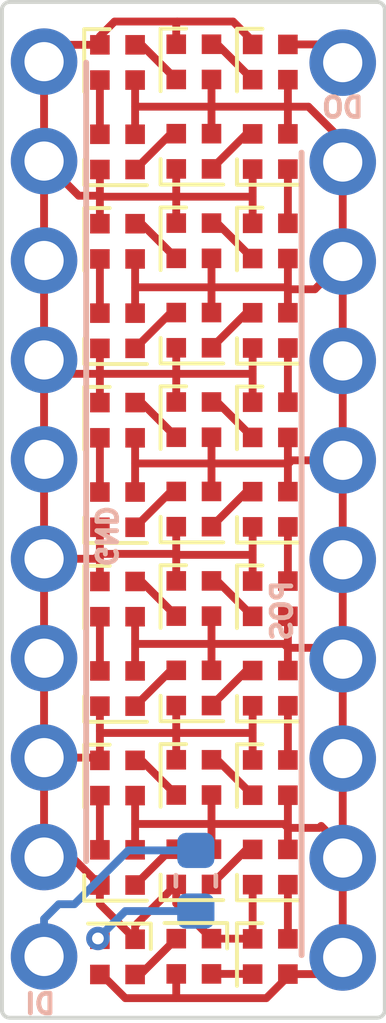
<source format=kicad_pcb>
(kicad_pcb (version 20211014) (generator pcbnew)
  (layers (0 "F.Cu" signal) (31 "B.Cu" signal) (34 "B.Paste" user) (35 "F.Paste" user) (36 "B.SilkS" user "B.Silkscreen") (37 "F.SilkS" user "F.Silkscreen") (38 "B.Mask" user) (39 "F.Mask" user) (44 "Edge.Cuts" user))
  (net 0 "")
  (footprint "LED_SMD:LED_SK6812_EC15_1.5x1.5mm" (layer "F.Cu") (at 146.25 103.96 90)
    (fp_text reference "REF**" hide)
    (fp_text value "LED_SK6812_EC15_1.5x1.5mm" hide)
    (fp_line (start 0.85 -0.85) (end -0.75 -0.85) (layer "F.SilkS") (width 0.1))
    (fp_line (start 0.85 -0.2) (end 0.85 -0.85) (layer "F.SilkS") (width 0.1))
    (pad "D" smd rect (at -0.45 -0.45 90) (size 0.5 0.5) (layers "F.Cu" "F.Paste" "F.Mask"))
    (pad "G" smd rect (at 0.45 -0.45 90) (size 0.5 0.5) (layers "F.Cu" "F.Paste" "F.Mask"))
    (pad "O" smd rect (at 0.45 0.45 90) (size 0.5 0.5) (layers "F.Cu" "F.Paste" "F.Mask"))
    (pad "V" smd rect (at -0.45 0.45 90) (size 0.5 0.5) (layers "F.Cu" "F.Paste" "F.Mask"))
  )
  (footprint "LED_SMD:LED_SK6812_EC15_1.5x1.5mm" (layer "F.Cu") (at 148.2 108.535 90)
    (fp_text reference "REF**" hide)
    (fp_text value "LED_SK6812_EC15_1.5x1.5mm" hide)
    (fp_line (start 0.85 -0.2) (end 0.85 -0.85) (layer "F.SilkS") (width 0.1))
    (fp_line (start 0.85 -0.85) (end -0.75 -0.85) (layer "F.SilkS") (width 0.1))
    (pad "D" smd rect (at -0.45 -0.45 90) (size 0.5 0.5) (layers "F.Cu" "F.Paste" "F.Mask"))
    (pad "G" smd rect (at 0.45 -0.45 90) (size 0.5 0.5) (layers "F.Cu" "F.Paste" "F.Mask"))
    (pad "O" smd rect (at 0.45 0.45 90) (size 0.5 0.5) (layers "F.Cu" "F.Paste" "F.Mask"))
    (pad "V" smd rect (at -0.45 0.45 90) (size 0.5 0.5) (layers "F.Cu" "F.Paste" "F.Mask"))
  )
  (footprint "LED_SMD:LED_SK6812_EC15_1.5x1.5mm" (layer "F.Cu") (at 148.2 99.395 90)
    (fp_text reference "REF**" hide)
    (fp_text value "LED_SK6812_EC15_1.5x1.5mm" hide)
    (fp_line (start 0.85 -0.85) (end -0.75 -0.85) (layer "F.SilkS") (width 0.1))
    (fp_line (start 0.85 -0.2) (end 0.85 -0.85) (layer "F.SilkS") (width 0.1))
    (pad "D" smd rect (at -0.45 -0.45 90) (size 0.5 0.5) (layers "F.Cu" "F.Paste" "F.Mask"))
    (pad "G" smd rect (at 0.45 -0.45 90) (size 0.5 0.5) (layers "F.Cu" "F.Paste" "F.Mask"))
    (pad "O" smd rect (at 0.45 0.45 90) (size 0.5 0.5) (layers "F.Cu" "F.Paste" "F.Mask"))
    (pad "V" smd rect (at -0.45 0.45 90) (size 0.5 0.5) (layers "F.Cu" "F.Paste" "F.Mask"))
  )
  (footprint "LED_SMD:LED_SK6812_EC15_1.5x1.5mm" (layer "F.Cu") (at 144.3 87.98 180)
    (fp_text reference "REF**" hide)
    (fp_text value "LED_SK6812_EC15_1.5x1.5mm" hide)
    (fp_line (start 0.85 -0.85) (end -0.75 -0.85) (layer "F.SilkS") (width 0.1))
    (fp_line (start 0.85 -0.2) (end 0.85 -0.85) (layer "F.SilkS") (width 0.1))
    (pad "D" smd rect (at -0.45 -0.45 180) (size 0.5 0.5) (layers "F.Cu" "F.Paste" "F.Mask"))
    (pad "G" smd rect (at 0.45 -0.45 180) (size 0.5 0.5) (layers "F.Cu" "F.Paste" "F.Mask"))
    (pad "O" smd rect (at 0.45 0.45 180) (size 0.5 0.5) (layers "F.Cu" "F.Paste" "F.Mask"))
    (pad "V" smd rect (at -0.45 0.45 180) (size 0.5 0.5) (layers "F.Cu" "F.Paste" "F.Mask"))
  )
  (footprint "LED_SMD:LED_SK6812_EC15_1.5x1.5mm" (layer "F.Cu") (at 146.25 92.535 180)
    (fp_text reference "REF**" hide)
    (fp_text value "LED_SK6812_EC15_1.5x1.5mm" hide)
    (fp_line (start 0.85 -0.2) (end 0.85 -0.85) (layer "F.SilkS") (width 0.1))
    (fp_line (start 0.85 -0.85) (end -0.75 -0.85) (layer "F.SilkS") (width 0.1))
    (pad "D" smd rect (at -0.45 -0.45 180) (size 0.5 0.5) (layers "F.Cu" "F.Paste" "F.Mask"))
    (pad "G" smd rect (at 0.45 -0.45 180) (size 0.5 0.5) (layers "F.Cu" "F.Paste" "F.Mask"))
    (pad "O" smd rect (at 0.45 0.45 180) (size 0.5 0.5) (layers "F.Cu" "F.Paste" "F.Mask"))
    (pad "V" smd rect (at -0.45 0.45 180) (size 0.5 0.5) (layers "F.Cu" "F.Paste" "F.Mask"))
  )
  (footprint "LED_SMD:LED_SK6812_EC15_1.5x1.5mm" (layer "F.Cu") (at 146.25 94.82 90)
    (fp_text reference "REF**" hide)
    (fp_text value "LED_SK6812_EC15_1.5x1.5mm" hide)
    (fp_line (start 0.85 -0.85) (end -0.75 -0.85) (layer "F.SilkS") (width 0.1))
    (fp_line (start 0.85 -0.2) (end 0.85 -0.85) (layer "F.SilkS") (width 0.1))
    (pad "D" smd rect (at -0.45 -0.45 90) (size 0.5 0.5) (layers "F.Cu" "F.Paste" "F.Mask"))
    (pad "G" smd rect (at 0.45 -0.45 90) (size 0.5 0.5) (layers "F.Cu" "F.Paste" "F.Mask"))
    (pad "O" smd rect (at 0.45 0.45 90) (size 0.5 0.5) (layers "F.Cu" "F.Paste" "F.Mask"))
    (pad "V" smd rect (at -0.45 0.45 90) (size 0.5 0.5) (layers "F.Cu" "F.Paste" "F.Mask"))
  )
  (footprint "LED_SMD:LED_SK6812_EC15_1.5x1.5mm" (layer "F.Cu") (at 148.2 90.255 90)
    (fp_text reference "REF**" hide)
    (fp_text value "LED_SK6812_EC15_1.5x1.5mm" hide)
    (fp_line (start 0.85 -0.2) (end 0.85 -0.85) (layer "F.SilkS") (width 0.1))
    (fp_line (start 0.85 -0.85) (end -0.75 -0.85) (layer "F.SilkS") (width 0.1))
    (pad "D" smd rect (at -0.45 -0.45 90) (size 0.5 0.5) (layers "F.Cu" "F.Paste" "F.Mask"))
    (pad "G" smd rect (at 0.45 -0.45 90) (size 0.5 0.5) (layers "F.Cu" "F.Paste" "F.Mask"))
    (pad "O" smd rect (at 0.45 0.45 90) (size 0.5 0.5) (layers "F.Cu" "F.Paste" "F.Mask"))
    (pad "V" smd rect (at -0.45 0.45 90) (size 0.5 0.5) (layers "F.Cu" "F.Paste" "F.Mask"))
  )
  (footprint "LED_SMD:LED_SK6812_EC15_1.5x1.5mm" (layer "F.Cu") (at 146.25 87.965 180)
    (fp_text reference "REF**" hide)
    (fp_text value "LED_SK6812_EC15_1.5x1.5mm" hide)
    (fp_line (start 0.85 -0.2) (end 0.85 -0.85) (layer "F.SilkS") (width 0.1))
    (fp_line (start 0.85 -0.85) (end -0.75 -0.85) (layer "F.SilkS") (width 0.1))
    (pad "D" smd rect (at -0.45 -0.45 180) (size 0.5 0.5) (layers "F.Cu" "F.Paste" "F.Mask"))
    (pad "G" smd rect (at 0.45 -0.45 180) (size 0.5 0.5) (layers "F.Cu" "F.Paste" "F.Mask"))
    (pad "O" smd rect (at 0.45 0.45 180) (size 0.5 0.5) (layers "F.Cu" "F.Paste" "F.Mask"))
    (pad "V" smd rect (at -0.45 0.45 180) (size 0.5 0.5) (layers "F.Cu" "F.Paste" "F.Mask"))
  )
  (footprint "LED_SMD:LED_SK6812_EC15_1.5x1.5mm" (layer "F.Cu") (at 146.25 85.68 90)
    (fp_text reference "REF**" hide)
    (fp_text value "LED_SK6812_EC15_1.5x1.5mm" hide)
    (fp_line (start 0.85 -0.2) (end 0.85 -0.85) (layer "F.SilkS") (width 0.1))
    (fp_line (start 0.85 -0.85) (end -0.75 -0.85) (layer "F.SilkS") (width 0.1))
    (pad "D" smd rect (at -0.45 -0.45 90) (size 0.5 0.5) (layers "F.Cu" "F.Paste" "F.Mask"))
    (pad "G" smd rect (at 0.45 -0.45 90) (size 0.5 0.5) (layers "F.Cu" "F.Paste" "F.Mask"))
    (pad "O" smd rect (at 0.45 0.45 90) (size 0.5 0.5) (layers "F.Cu" "F.Paste" "F.Mask"))
    (pad "V" smd rect (at -0.45 0.45 90) (size 0.5 0.5) (layers "F.Cu" "F.Paste" "F.Mask"))
  )
  (footprint "LED_SMD:LED_SK6812_EC15_1.5x1.5mm" (layer "F.Cu") (at 146.25 101.675 180)
    (fp_text reference "REF**" hide)
    (fp_text value "LED_SK6812_EC15_1.5x1.5mm" hide)
    (fp_line (start 0.85 -0.2) (end 0.85 -0.85) (layer "F.SilkS") (width 0.1))
    (fp_line (start 0.85 -0.85) (end -0.75 -0.85) (layer "F.SilkS") (width 0.1))
    (pad "D" smd rect (at -0.45 -0.45 180) (size 0.5 0.5) (layers "F.Cu" "F.Paste" "F.Mask"))
    (pad "G" smd rect (at 0.45 -0.45 180) (size 0.5 0.5) (layers "F.Cu" "F.Paste" "F.Mask"))
    (pad "O" smd rect (at 0.45 0.45 180) (size 0.5 0.5) (layers "F.Cu" "F.Paste" "F.Mask"))
    (pad "V" smd rect (at -0.45 0.45 180) (size 0.5 0.5) (layers "F.Cu" "F.Paste" "F.Mask"))
  )
  (footprint "LED_SMD:LED_SK6812_EC15_1.5x1.5mm" (layer "F.Cu") (at 146.25 108.53)
    (fp_text reference "REF**" hide)
    (fp_text value "LED_SK6812_EC15_1.5x1.5mm" hide)
    (fp_line (start 0.85 -0.2) (end 0.85 -0.85) (layer "F.SilkS") (width 0.1))
    (fp_line (start 0.85 -0.85) (end -0.75 -0.85) (layer "F.SilkS") (width 0.1))
    (pad "D" smd rect (at -0.45 -0.45) (size 0.5 0.5) (layers "F.Cu" "F.Paste" "F.Mask"))
    (pad "G" smd rect (at 0.45 -0.45) (size 0.5 0.5) (layers "F.Cu" "F.Paste" "F.Mask"))
    (pad "O" smd rect (at 0.45 0.45) (size 0.5 0.5) (layers "F.Cu" "F.Paste" "F.Mask"))
    (pad "V" smd rect (at -0.45 0.45) (size 0.5 0.5) (layers "F.Cu" "F.Paste" "F.Mask"))
  )
  (footprint "LED_SMD:LED_SK6812_EC15_1.5x1.5mm" (layer "F.Cu") (at 144.3 90.265 90)
    (fp_text reference "REF**" hide)
    (fp_text value "LED_SK6812_EC15_1.5x1.5mm" hide)
    (fp_line (start 0.85 -0.85) (end -0.75 -0.85) (layer "F.SilkS") (width 0.1))
    (fp_line (start 0.85 -0.2) (end 0.85 -0.85) (layer "F.SilkS") (width 0.1))
    (pad "D" smd rect (at -0.45 -0.45 90) (size 0.5 0.5) (layers "F.Cu" "F.Paste" "F.Mask"))
    (pad "G" smd rect (at 0.45 -0.45 90) (size 0.5 0.5) (layers "F.Cu" "F.Paste" "F.Mask"))
    (pad "O" smd rect (at 0.45 0.45 90) (size 0.5 0.5) (layers "F.Cu" "F.Paste" "F.Mask"))
    (pad "V" smd rect (at -0.45 0.45 90) (size 0.5 0.5) (layers "F.Cu" "F.Paste" "F.Mask"))
  )
  (footprint "LED_SMD:LED_SK6812_EC15_1.5x1.5mm" (layer "F.Cu") (at 148.2 92.54 180)
    (fp_text reference "REF**" hide)
    (fp_text value "LED_SK6812_EC15_1.5x1.5mm" hide)
    (fp_line (start 0.85 -0.85) (end -0.75 -0.85) (layer "F.SilkS") (width 0.1))
    (fp_line (start 0.85 -0.2) (end 0.85 -0.85) (layer "F.SilkS") (width 0.1))
    (pad "D" smd rect (at -0.45 -0.45 180) (size 0.5 0.5) (layers "F.Cu" "F.Paste" "F.Mask"))
    (pad "G" smd rect (at 0.45 -0.45 180) (size 0.5 0.5) (layers "F.Cu" "F.Paste" "F.Mask"))
    (pad "O" smd rect (at 0.45 0.45 180) (size 0.5 0.5) (layers "F.Cu" "F.Paste" "F.Mask"))
    (pad "V" smd rect (at -0.45 0.45 180) (size 0.5 0.5) (layers "F.Cu" "F.Paste" "F.Mask"))
  )
  (footprint "LED_SMD:LED_SK6812_EC15_1.5x1.5mm" (layer "F.Cu") (at 148.2 85.685 90)
    (fp_text reference "REF**" hide)
    (fp_text value "LED_SK6812_EC15_1.5x1.5mm" hide)
    (fp_line (start 0.85 -0.2) (end 0.85 -0.85) (layer "F.SilkS") (width 0.1))
    (fp_line (start 0.85 -0.85) (end -0.75 -0.85) (layer "F.SilkS") (width 0.1))
    (pad "D" smd rect (at -0.45 -0.45 90) (size 0.5 0.5) (layers "F.Cu" "F.Paste" "F.Mask"))
    (pad "G" smd rect (at 0.45 -0.45 90) (size 0.5 0.5) (layers "F.Cu" "F.Paste" "F.Mask"))
    (pad "O" smd rect (at 0.45 0.45 90) (size 0.5 0.5) (layers "F.Cu" "F.Paste" "F.Mask"))
    (pad "V" smd rect (at -0.45 0.45 90) (size 0.5 0.5) (layers "F.Cu" "F.Paste" "F.Mask"))
  )
  (footprint "LED_SMD:LED_SK6812_EC15_1.5x1.5mm" (layer "F.Cu") (at 146.25 99.39 90)
    (fp_text reference "REF**" hide)
    (fp_text value "LED_SK6812_EC15_1.5x1.5mm" hide)
    (fp_line (start 0.85 -0.2) (end 0.85 -0.85) (layer "F.SilkS") (width 0.1))
    (fp_line (start 0.85 -0.85) (end -0.75 -0.85) (layer "F.SilkS") (width 0.1))
    (pad "D" smd rect (at -0.45 -0.45 90) (size 0.5 0.5) (layers "F.Cu" "F.Paste" "F.Mask"))
    (pad "G" smd rect (at 0.45 -0.45 90) (size 0.5 0.5) (layers "F.Cu" "F.Paste" "F.Mask"))
    (pad "O" smd rect (at 0.45 0.45 90) (size 0.5 0.5) (layers "F.Cu" "F.Paste" "F.Mask"))
    (pad "V" smd rect (at -0.45 0.45 90) (size 0.5 0.5) (layers "F.Cu" "F.Paste" "F.Mask"))
  )
  (footprint "Connector_PinHeader_2.54mm:PinHeader_1x10_P2.54mm_Vertical" (layer "F.Cu") (at 142.425 85.675)
    (fp_text reference "REF**" hide)
    (fp_text value "PinHeader_1x10_P2.54mm_Vertical" hide)
    (pad "1" thru_hole circle (at 0 0) (size 1.7 1.7) (drill 1) (layers *.Cu *.Mask))
    (pad "2" thru_hole oval (at 0 2.54) (size 1.7 1.7) (drill 1) (layers *.Cu *.Mask))
    (pad "3" thru_hole oval (at 0 5.08) (size 1.7 1.7) (drill 1) (layers *.Cu *.Mask))
    (pad "4" thru_hole oval (at 0 7.62) (size 1.7 1.7) (drill 1) (layers *.Cu *.Mask))
    (pad "5" thru_hole oval (at 0 10.16) (size 1.7 1.7) (drill 1) (layers *.Cu *.Mask))
    (pad "6" thru_hole oval (at 0 12.7) (size 1.7 1.7) (drill 1) (layers *.Cu *.Mask))
    (pad "7" thru_hole oval (at 0 15.24) (size 1.7 1.7) (drill 1) (layers *.Cu *.Mask))
    (pad "8" thru_hole oval (at 0 17.78) (size 1.7 1.7) (drill 1) (layers *.Cu *.Mask))
    (pad "9" thru_hole oval (at 0 20.32) (size 1.7 1.7) (drill 1) (layers *.Cu *.Mask))
    (pad "10" thru_hole oval (at 0 22.86) (size 1.7 1.7) (drill 1) (layers *.Cu *.Mask))
  )
  (footprint "LED_SMD:LED_SK6812_EC15_1.5x1.5mm" (layer "F.Cu") (at 144.3 106.26 180)
    (fp_text reference "REF**" hide)
    (fp_text value "LED_SK6812_EC15_1.5x1.5mm" hide)
    (fp_line (start 0.85 -0.85) (end -0.75 -0.85) (layer "F.SilkS") (width 0.1))
    (fp_line (start 0.85 -0.2) (end 0.85 -0.85) (layer "F.SilkS") (width 0.1))
    (pad "D" smd rect (at -0.45 -0.45 180) (size 0.5 0.5) (layers "F.Cu" "F.Paste" "F.Mask"))
    (pad "G" smd rect (at 0.45 -0.45 180) (size 0.5 0.5) (layers "F.Cu" "F.Paste" "F.Mask"))
    (pad "O" smd rect (at 0.45 0.45 180) (size 0.5 0.5) (layers "F.Cu" "F.Paste" "F.Mask"))
    (pad "V" smd rect (at -0.45 0.45 180) (size 0.5 0.5) (layers "F.Cu" "F.Paste" "F.Mask"))
  )
  (footprint "LED_SMD:LED_SK6812_EC15_1.5x1.5mm" (layer "F.Cu") (at 144.3 97.12 180)
    (fp_text reference "REF**" hide)
    (fp_text value "LED_SK6812_EC15_1.5x1.5mm" hide)
    (fp_line (start 0.85 -0.85) (end -0.75 -0.85) (layer "F.SilkS") (width 0.1))
    (fp_line (start 0.85 -0.2) (end 0.85 -0.85) (layer "F.SilkS") (width 0.1))
    (pad "D" smd rect (at -0.45 -0.45 180) (size 0.5 0.5) (layers "F.Cu" "F.Paste" "F.Mask"))
    (pad "G" smd rect (at 0.45 -0.45 180) (size 0.5 0.5) (layers "F.Cu" "F.Paste" "F.Mask"))
    (pad "O" smd rect (at 0.45 0.45 180) (size 0.5 0.5) (layers "F.Cu" "F.Paste" "F.Mask"))
    (pad "V" smd rect (at -0.45 0.45 180) (size 0.5 0.5) (layers "F.Cu" "F.Paste" "F.Mask"))
  )
  (footprint "LED_SMD:LED_SK6812_EC15_1.5x1.5mm" (layer "F.Cu") (at 146.25 90.25 90)
    (fp_text reference "REF**" hide)
    (fp_text value "LED_SK6812_EC15_1.5x1.5mm" hide)
    (fp_line (start 0.85 -0.2) (end 0.85 -0.85) (layer "F.SilkS") (width 0.1))
    (fp_line (start 0.85 -0.85) (end -0.75 -0.85) (layer "F.SilkS") (width 0.1))
    (pad "D" smd rect (at -0.45 -0.45 90) (size 0.5 0.5) (layers "F.Cu" "F.Paste" "F.Mask"))
    (pad "G" smd rect (at 0.45 -0.45 90) (size 0.5 0.5) (layers "F.Cu" "F.Paste" "F.Mask"))
    (pad "O" smd rect (at 0.45 0.45 90) (size 0.5 0.5) (layers "F.Cu" "F.Paste" "F.Mask"))
    (pad "V" smd rect (at -0.45 0.45 90) (size 0.5 0.5) (layers "F.Cu" "F.Paste" "F.Mask"))
  )
  (footprint "LED_SMD:LED_SK6812_EC15_1.5x1.5mm" (layer "F.Cu") (at 146.25 97.105 180)
    (fp_text reference "REF**" hide)
    (fp_text value "LED_SK6812_EC15_1.5x1.5mm" hide)
    (fp_line (start 0.85 -0.85) (end -0.75 -0.85) (layer "F.SilkS") (width 0.1))
    (fp_line (start 0.85 -0.2) (end 0.85 -0.85) (layer "F.SilkS") (width 0.1))
    (pad "D" smd rect (at -0.45 -0.45 180) (size 0.5 0.5) (layers "F.Cu" "F.Paste" "F.Mask"))
    (pad "G" smd rect (at 0.45 -0.45 180) (size 0.5 0.5) (layers "F.Cu" "F.Paste" "F.Mask"))
    (pad "O" smd rect (at 0.45 0.45 180) (size 0.5 0.5) (layers "F.Cu" "F.Paste" "F.Mask"))
    (pad "V" smd rect (at -0.45 0.45 180) (size 0.5 0.5) (layers "F.Cu" "F.Paste" "F.Mask"))
  )
  (footprint "LED_SMD:LED_SK6812_EC15_1.5x1.5mm" (layer "F.Cu") (at 146.25 106.245 180)
    (fp_text reference "REF**" hide)
    (fp_text value "LED_SK6812_EC15_1.5x1.5mm" hide)
    (fp_line (start 0.85 -0.2) (end 0.85 -0.85) (layer "F.SilkS") (width 0.1))
    (fp_line (start 0.85 -0.85) (end -0.75 -0.85) (layer "F.SilkS") (width 0.1))
    (pad "D" smd rect (at -0.45 -0.45 180) (size 0.5 0.5) (layers "F.Cu" "F.Paste" "F.Mask"))
    (pad "G" smd rect (at 0.45 -0.45 180) (size 0.5 0.5) (layers "F.Cu" "F.Paste" "F.Mask"))
    (pad "O" smd rect (at 0.45 0.45 180) (size 0.5 0.5) (layers "F.Cu" "F.Paste" "F.Mask"))
    (pad "V" smd rect (at -0.45 0.45 180) (size 0.5 0.5) (layers "F.Cu" "F.Paste" "F.Mask"))
  )
  (footprint "LED_SMD:LED_SK6812_EC15_1.5x1.5mm" (layer "F.Cu") (at 148.2 106.25 180)
    (fp_text reference "REF**" hide)
    (fp_text value "LED_SK6812_EC15_1.5x1.5mm" hide)
    (fp_line (start 0.85 -0.85) (end -0.75 -0.85) (layer "F.SilkS") (width 0.1))
    (fp_line (start 0.85 -0.2) (end 0.85 -0.85) (layer "F.SilkS") (width 0.1))
    (pad "D" smd rect (at -0.45 -0.45 180) (size 0.5 0.5) (layers "F.Cu" "F.Paste" "F.Mask"))
    (pad "G" smd rect (at 0.45 -0.45 180) (size 0.5 0.5) (layers "F.Cu" "F.Paste" "F.Mask"))
    (pad "O" smd rect (at 0.45 0.45 180) (size 0.5 0.5) (layers "F.Cu" "F.Paste" "F.Mask"))
    (pad "V" smd rect (at -0.45 0.45 180) (size 0.5 0.5) (layers "F.Cu" "F.Paste" "F.Mask"))
  )
  (footprint "LED_SMD:LED_SK6812_EC15_1.5x1.5mm" (layer "F.Cu") (at 144.3 103.975 90)
    (fp_text reference "REF**" hide)
    (fp_text value "LED_SK6812_EC15_1.5x1.5mm" hide)
    (fp_line (start 0.85 -0.2) (end 0.85 -0.85) (layer "F.SilkS") (width 0.1))
    (fp_line (start 0.85 -0.85) (end -0.75 -0.85) (layer "F.SilkS") (width 0.1))
    (pad "D" smd rect (at -0.45 -0.45 90) (size 0.5 0.5) (layers "F.Cu" "F.Paste" "F.Mask"))
    (pad "G" smd rect (at 0.45 -0.45 90) (size 0.5 0.5) (layers "F.Cu" "F.Paste" "F.Mask"))
    (pad "O" smd rect (at 0.45 0.45 90) (size 0.5 0.5) (layers "F.Cu" "F.Paste" "F.Mask"))
    (pad "V" smd rect (at -0.45 0.45 90) (size 0.5 0.5) (layers "F.Cu" "F.Paste" "F.Mask"))
  )
  (footprint "LED_SMD:LED_SK6812_EC15_1.5x1.5mm" (layer "F.Cu") (at 148.2 103.965 90)
    (fp_text reference "REF**" hide)
    (fp_text value "LED_SK6812_EC15_1.5x1.5mm" hide)
    (fp_line (start 0.85 -0.2) (end 0.85 -0.85) (layer "F.SilkS") (width 0.1))
    (fp_line (start 0.85 -0.85) (end -0.75 -0.85) (layer "F.SilkS") (width 0.1))
    (pad "D" smd rect (at -0.45 -0.45 90) (size 0.5 0.5) (layers "F.Cu" "F.Paste" "F.Mask"))
    (pad "G" smd rect (at 0.45 -0.45 90) (size 0.5 0.5) (layers "F.Cu" "F.Paste" "F.Mask"))
    (pad "O" smd rect (at 0.45 0.45 90) (size 0.5 0.5) (layers "F.Cu" "F.Paste" "F.Mask"))
    (pad "V" smd rect (at -0.45 0.45 90) (size 0.5 0.5) (layers "F.Cu" "F.Paste" "F.Mask"))
  )
  (footprint "Connector_PinHeader_2.54mm:PinHeader_1x10_P2.54mm_Vertical" (layer "F.Cu") (at 150.05 85.7)
    (fp_text reference "REF**" hide)
    (fp_text value "PinHeader_1x10_P2.54mm_Vertical" hide)
    (pad "1" thru_hole circle (at 0 0) (size 1.7 1.7) (drill 1) (layers *.Cu *.Mask))
    (pad "2" thru_hole oval (at 0 2.54) (size 1.7 1.7) (drill 1) (layers *.Cu *.Mask))
    (pad "3" thru_hole oval (at 0 5.08) (size 1.7 1.7) (drill 1) (layers *.Cu *.Mask))
    (pad "4" thru_hole oval (at 0 7.62) (size 1.7 1.7) (drill 1) (layers *.Cu *.Mask))
    (pad "5" thru_hole oval (at 0 10.16) (size 1.7 1.7) (drill 1) (layers *.Cu *.Mask))
    (pad "6" thru_hole oval (at 0 12.7) (size 1.7 1.7) (drill 1) (layers *.Cu *.Mask))
    (pad "7" thru_hole oval (at 0 15.24) (size 1.7 1.7) (drill 1) (layers *.Cu *.Mask))
    (pad "8" thru_hole oval (at 0 17.78) (size 1.7 1.7) (drill 1) (layers *.Cu *.Mask))
    (pad "9" thru_hole oval (at 0 20.32) (size 1.7 1.7) (drill 1) (layers *.Cu *.Mask))
    (pad "10" thru_hole oval (at 0 22.86) (size 1.7 1.7) (drill 1) (layers *.Cu *.Mask))
  )
  (footprint "LED_SMD:LED_SK6812_EC15_1.5x1.5mm" (layer "F.Cu") (at 144.3 99.405 90)
    (fp_text reference "REF**" hide)
    (fp_text value "LED_SK6812_EC15_1.5x1.5mm" hide)
    (fp_line (start 0.85 -0.85) (end -0.75 -0.85) (layer "F.SilkS") (width 0.1))
    (fp_line (start 0.85 -0.2) (end 0.85 -0.85) (layer "F.SilkS") (width 0.1))
    (pad "D" smd rect (at -0.45 -0.45 90) (size 0.5 0.5) (layers "F.Cu" "F.Paste" "F.Mask"))
    (pad "G" smd rect (at 0.45 -0.45 90) (size 0.5 0.5) (layers "F.Cu" "F.Paste" "F.Mask"))
    (pad "O" smd rect (at 0.45 0.45 90) (size 0.5 0.5) (layers "F.Cu" "F.Paste" "F.Mask"))
    (pad "V" smd rect (at -0.45 0.45 90) (size 0.5 0.5) (layers "F.Cu" "F.Paste" "F.Mask"))
  )
  (footprint "LED_SMD:LED_SK6812_EC15_1.5x1.5mm" (layer "F.Cu") (at 144.3 108.545)
    (fp_text reference "REF**" hide)
    (fp_text value "LED_SK6812_EC15_1.5x1.5mm" hide)
    (fp_line (start 0.85 -0.2) (end 0.85 -0.85) (layer "F.SilkS") (width 0.1))
    (fp_line (start 0.85 -0.85) (end -0.75 -0.85) (layer "F.SilkS") (width 0.1))
    (pad "D" smd rect (at -0.45 -0.45) (size 0.5 0.5) (layers "F.Cu" "F.Paste" "F.Mask"))
    (pad "G" smd rect (at 0.45 -0.45) (size 0.5 0.5) (layers "F.Cu" "F.Paste" "F.Mask"))
    (pad "O" smd rect (at 0.45 0.45) (size 0.5 0.5) (layers "F.Cu" "F.Paste" "F.Mask"))
    (pad "V" smd rect (at -0.45 0.45) (size 0.5 0.5) (layers "F.Cu" "F.Paste" "F.Mask"))
  )
  (footprint "LED_SMD:LED_SK6812_EC15_1.5x1.5mm" (layer "F.Cu") (at 144.3 94.835 90)
    (fp_text reference "REF**" hide)
    (fp_text value "LED_SK6812_EC15_1.5x1.5mm" hide)
    (fp_line (start 0.85 -0.85) (end -0.75 -0.85) (layer "F.SilkS") (width 0.1))
    (fp_line (start 0.85 -0.2) (end 0.85 -0.85) (layer "F.SilkS") (width 0.1))
    (pad "D" smd rect (at -0.45 -0.45 90) (size 0.5 0.5) (layers "F.Cu" "F.Paste" "F.Mask"))
    (pad "G" smd rect (at 0.45 -0.45 90) (size 0.5 0.5) (layers "F.Cu" "F.Paste" "F.Mask"))
    (pad "O" smd rect (at 0.45 0.45 90) (size 0.5 0.5) (layers "F.Cu" "F.Paste" "F.Mask"))
    (pad "V" smd rect (at -0.45 0.45 90) (size 0.5 0.5) (layers "F.Cu" "F.Paste" "F.Mask"))
  )
  (footprint "LED_SMD:LED_SK6812_EC15_1.5x1.5mm" (layer "F.Cu") (at 144.3 92.55 180)
    (fp_text reference "REF**" hide)
    (fp_text value "LED_SK6812_EC15_1.5x1.5mm" hide)
    (fp_line (start 0.85 -0.85) (end -0.75 -0.85) (layer "F.SilkS") (width 0.1))
    (fp_line (start 0.85 -0.2) (end 0.85 -0.85) (layer "F.SilkS") (width 0.1))
    (pad "D" smd rect (at -0.45 -0.45 180) (size 0.5 0.5) (layers "F.Cu" "F.Paste" "F.Mask"))
    (pad "G" smd rect (at 0.45 -0.45 180) (size 0.5 0.5) (layers "F.Cu" "F.Paste" "F.Mask"))
    (pad "O" smd rect (at 0.45 0.45 180) (size 0.5 0.5) (layers "F.Cu" "F.Paste" "F.Mask"))
    (pad "V" smd rect (at -0.45 0.45 180) (size 0.5 0.5) (layers "F.Cu" "F.Paste" "F.Mask"))
  )
  (footprint "LED_SMD:LED_SK6812_EC15_1.5x1.5mm" (layer "F.Cu") (at 148.2 97.11 180)
    (fp_text reference "REF**" hide)
    (fp_text value "LED_SK6812_EC15_1.5x1.5mm" hide)
    (fp_line (start 0.85 -0.85) (end -0.75 -0.85) (layer "F.SilkS") (width 0.1))
    (fp_line (start 0.85 -0.2) (end 0.85 -0.85) (layer "F.SilkS") (width 0.1))
    (pad "D" smd rect (at -0.45 -0.45 180) (size 0.5 0.5) (layers "F.Cu" "F.Paste" "F.Mask"))
    (pad "G" smd rect (at 0.45 -0.45 180) (size 0.5 0.5) (layers "F.Cu" "F.Paste" "F.Mask"))
    (pad "O" smd rect (at 0.45 0.45 180) (size 0.5 0.5) (layers "F.Cu" "F.Paste" "F.Mask"))
    (pad "V" smd rect (at -0.45 0.45 180) (size 0.5 0.5) (layers "F.Cu" "F.Paste" "F.Mask"))
  )
  (footprint "LED_SMD:LED_SK6812_EC15_1.5x1.5mm" (layer "F.Cu") (at 144.3 101.69 180)
    (fp_text reference "REF**" hide)
    (fp_text value "LED_SK6812_EC15_1.5x1.5mm" hide)
    (fp_line (start 0.85 -0.85) (end -0.75 -0.85) (layer "F.SilkS") (width 0.1))
    (fp_line (start 0.85 -0.2) (end 0.85 -0.85) (layer "F.SilkS") (width 0.1))
    (pad "D" smd rect (at -0.45 -0.45 180) (size 0.5 0.5) (layers "F.Cu" "F.Paste" "F.Mask"))
    (pad "G" smd rect (at 0.45 -0.45 180) (size 0.5 0.5) (layers "F.Cu" "F.Paste" "F.Mask"))
    (pad "O" smd rect (at 0.45 0.45 180) (size 0.5 0.5) (layers "F.Cu" "F.Paste" "F.Mask"))
    (pad "V" smd rect (at -0.45 0.45 180) (size 0.5 0.5) (layers "F.Cu" "F.Paste" "F.Mask"))
  )
  (footprint "LED_SMD:LED_SK6812_EC15_1.5x1.5mm" (layer "F.Cu") (at 144.3 85.695 90)
    (fp_text reference "REF**" hide)
    (fp_text value "LED_SK6812_EC15_1.5x1.5mm" hide)
    (fp_line (start 0.85 -0.2) (end 0.85 -0.85) (layer "F.SilkS") (width 0.1))
    (fp_line (start 0.85 -0.85) (end -0.75 -0.85) (layer "F.SilkS") (width 0.1))
    (pad "D" smd rect (at -0.45 -0.45 90) (size 0.5 0.5) (layers "F.Cu" "F.Paste" "F.Mask"))
    (pad "G" smd rect (at 0.45 -0.45 90) (size 0.5 0.5) (layers "F.Cu" "F.Paste" "F.Mask"))
    (pad "O" smd rect (at 0.45 0.45 90) (size 0.5 0.5) (layers "F.Cu" "F.Paste" "F.Mask"))
    (pad "V" smd rect (at -0.45 0.45 90) (size 0.5 0.5) (layers "F.Cu" "F.Paste" "F.Mask"))
  )
  (footprint "LED_SMD:LED_SK6812_EC15_1.5x1.5mm" (layer "F.Cu") (at 148.2 87.97 180)
    (fp_text reference "REF**" hide)
    (fp_text value "LED_SK6812_EC15_1.5x1.5mm" hide)
    (fp_line (start 0.85 -0.2) (end 0.85 -0.85) (layer "F.SilkS") (width 0.1))
    (fp_line (start 0.85 -0.85) (end -0.75 -0.85) (layer "F.SilkS") (width 0.1))
    (pad "D" smd rect (at -0.45 -0.45 180) (size 0.5 0.5) (layers "F.Cu" "F.Paste" "F.Mask"))
    (pad "G" smd rect (at 0.45 -0.45 180) (size 0.5 0.5) (layers "F.Cu" "F.Paste" "F.Mask"))
    (pad "O" smd rect (at 0.45 0.45 180) (size 0.5 0.5) (layers "F.Cu" "F.Paste" "F.Mask"))
    (pad "V" smd rect (at -0.45 0.45 180) (size 0.5 0.5) (layers "F.Cu" "F.Paste" "F.Mask"))
  )
  (footprint "LED_SMD:LED_SK6812_EC15_1.5x1.5mm" (layer "F.Cu") (at 148.2 94.825 90)
    (fp_text reference "REF**" hide)
    (fp_text value "LED_SK6812_EC15_1.5x1.5mm" hide)
    (fp_line (start 0.85 -0.2) (end 0.85 -0.85) (layer "F.SilkS") (width 0.1))
    (fp_line (start 0.85 -0.85) (end -0.75 -0.85) (layer "F.SilkS") (width 0.1))
    (pad "D" smd rect (at -0.45 -0.45 90) (size 0.5 0.5) (layers "F.Cu" "F.Paste" "F.Mask"))
    (pad "G" smd rect (at 0.45 -0.45 90) (size 0.5 0.5) (layers "F.Cu" "F.Paste" "F.Mask"))
    (pad "O" smd rect (at 0.45 0.45 90) (size 0.5 0.5) (layers "F.Cu" "F.Paste" "F.Mask"))
    (pad "V" smd rect (at -0.45 0.45 90) (size 0.5 0.5) (layers "F.Cu" "F.Paste" "F.Mask"))
  )
  (footprint "LED_SMD:LED_SK6812_EC15_1.5x1.5mm" (layer "F.Cu") (at 148.2 101.68 180)
    (fp_text reference "REF**" hide)
    (fp_text value "LED_SK6812_EC15_1.5x1.5mm" hide)
    (fp_line (start 0.85 -0.85) (end -0.75 -0.85) (layer "F.SilkS") (width 0.1))
    (fp_line (start 0.85 -0.2) (end 0.85 -0.85) (layer "F.SilkS") (width 0.1))
    (pad "D" smd rect (at -0.45 -0.45 180) (size 0.5 0.5) (layers "F.Cu" "F.Paste" "F.Mask"))
    (pad "G" smd rect (at 0.45 -0.45 180) (size 0.5 0.5) (layers "F.Cu" "F.Paste" "F.Mask"))
    (pad "O" smd rect (at 0.45 0.45 180) (size 0.5 0.5) (layers "F.Cu" "F.Paste" "F.Mask"))
    (pad "V" smd rect (at -0.45 0.45 180) (size 0.5 0.5) (layers "F.Cu" "F.Paste" "F.Mask"))
  )
  (footprint "Capacitor_SMD:C_0603_1608Metric" (layer "B.Cu") (at 146.3 106.6 -90)
    (fp_text reference "REF**" hide)
    (fp_text value "C_0603_1608Metric" hide)
    (fp_line (start -0.14058 -0.51) (end 0.14058 -0.51) (layer "B.SilkS") (width 0.12))
    (fp_line (start -0.14058 0.51) (end 0.14058 0.51) (layer "B.SilkS") (width 0.12))
    (pad "1" smd roundrect (at -0.775 0 270) (size 0.9 0.95) (layers "B.Cu" "B.Paste" "B.Mask"))
    (pad "2" smd roundrect (at 0.775 0 270) (size 0.9 0.95) (layers "B.Cu" "B.Paste" "B.Mask"))
  )
  (gr_line (start 143.5 85.7) (end 143.5 106.1) (layer "B.SilkS") (width 0.15))
  (gr_line (start 149 108.5) (end 149 88) (layer "B.SilkS") (width 0.15))
  (gr_arc (start 141.55 110.1) (mid 141.408579 110.041421) (end 141.35 109.9) (layer "Edge.Cuts") (width 0.1))
  (gr_line (start 141.55 110.1) (end 150.925 110.1) (layer "Edge.Cuts") (width 0.1))
  (gr_arc (start 141.35 84.35) (mid 141.408579 84.208579) (end 141.55 84.15) (layer "Edge.Cuts") (width 0.1))
  (gr_arc (start 151.125 109.9) (mid 151.066421 110.041421) (end 150.925 110.1) (layer "Edge.Cuts") (width 0.1))
  (gr_line (start 141.35 84.35) (end 141.35 109.9) (layer "Edge.Cuts") (width 0.1))
  (gr_arc (start 150.925 84.15) (mid 151.066421 84.208579) (end 151.125 84.35) (layer "Edge.Cuts") (width 0.1))
  (gr_line (start 151.125 109.9) (end 151.125 84.35) (layer "Edge.Cuts") (width 0.1))
  (gr_line (start 150.925 84.15) (end 141.55 84.15) (layer "Edge.Cuts") (width 0.1))
  (gr_text "DI" (at 142.325 109.75) (layer "B.SilkS") (effects (font (size 0.5 0.5) (thickness 0.125)) (justify mirror)))
  (gr_text "GND" (at 144 97.8 -90) (layer "B.SilkS") (effects (font (size 0.5 0.5) (thickness 0.125)) (justify mirror)))
  (gr_text "DO" (at 150.05 86.85) (layer "B.SilkS") (effects (font (size 0.5 0.5) (thickness 0.125)) (justify mirror)))
  (gr_text "POS" (at 148.5 99.7 90) (layer "B.SilkS") (effects (font (size 0.5 0.5) (thickness 0.125)) (justify mirror)))
  (segment (start 145.665 92.085) (end 144.75 93) (width 0.2) (layer "F.Cu") (net 0))
  (segment (start 143.85 98.25) (end 143.725 98.375) (width 0.2) (layer "F.Cu") (net 0))
  (segment (start 144.75 100.55) (end 144.75 101.24) (width 0.2) (layer "F.Cu") (net 0))
  (segment (start 145.665 105.795) (end 144.75 106.71) (width 0.2) (layer "F.Cu") (net 0))
  (segment (start 143.85 108.995) (end 143.895 108.995) (width 0.2) (layer "F.Cu") (net 0))
  (segment (start 143.78 103.455) (end 143.85 103.525) (width 0.2) (layer "F.Cu") (net 0))
  (segment (start 150.05 106.02) (end 150.05 108.56) (width 0.2) (layer "F.Cu") (net 0))
  (segment (start 147.595 96.66) (end 146.7 97.555) (width 0.2) (layer "F.Cu") (net 0))
  (segment (start 146.7 94.37) (end 146.845 94.37) (width 0.2) (layer "F.Cu") (net 0))
  (segment (start 146.7 108.98) (end 147.745 108.98) (width 0.2) (layer "F.Cu") (net 0))
  (segment (start 146.675 86.825) (end 148.65 86.825) (width 0.2) (layer "F.Cu") (net 0))
  (segment (start 146.845 98.94) (end 147.75 99.845) (width 0.2) (layer "F.Cu") (net 0))
  (segment (start 145.8 92.085) (end 145.665 92.085) (width 0.2) (layer "F.Cu") (net 0))
  (segment (start 148.65 105.25) (end 148.65 105.8) (width 0.2) (layer "F.Cu") (net 0))
  (segment (start 147.75 96.66) (end 147.595 96.66) (width 0.2) (layer "F.Cu") (net 0))
  (segment (start 143.85 96.67) (end 143.85 95.285) (width 0.2) (layer "F.Cu") (net 0))
  (segment (start 144.75 85.245) (end 144.915 85.245) (width 0.2) (layer "F.Cu") (net 0))
  (segment (start 144.5 109.6) (end 145.8 109.6) (width 0.2) (layer "F.Cu") (net 0))
  (segment (start 148.1 109.6) (end 148.65 109.05) (width 0.2) (layer "F.Cu") (net 0))
  (segment (start 146.7 90.7) (end 146.7 92.085) (width 0.2) (layer "F.Cu") (net 0))
  (segment (start 148.65 86.825) (end 149.175 86.825) (width 0.2) (layer "F.Cu") (net 0))
  (segment (start 148.65 91.49) (end 149.34 91.49) (width 0.2) (layer "F.Cu") (net 0))
  (segment (start 150.05 93.32) (end 150.05 95.86) (width 0.2) (layer "F.Cu") (net 0))
  (segment (start 143.875 89.125) (end 143.85 89.1) (width 0.2) (layer "F.Cu") (net 0))
  (segment (start 144.75 108.995) (end 144.885 108.995) (width 0.2) (layer "F.Cu") (net 0))
  (segment (start 143.85 93.675) (end 143.85 94.385) (width 0.2) (layer "F.Cu") (net 0))
  (segment (start 148.55 100.55) (end 148.65 100.65) (width 0.2) (layer "F.Cu") (net 0))
  (segment (start 142.425 105.995) (end 143.135 105.995) (width 0.2) (layer "F.Cu") (net 0))
  (segment (start 142.425 95.835) (end 142.425 93.295) (width 0.2) (layer "F.Cu") (net 0))
  (segment (start 149.45 105.25) (end 149.5 105.2) (width 0.2) (layer "F.Cu") (net 0))
  (segment (start 145.8 96.655) (end 145.665 96.655) (width 0.2) (layer "F.Cu") (net 0))
  (segment (start 145.8 107.18) (end 146.7 108.08) (width 0.2) (layer "F.Cu") (net 0))
  (segment (start 142.425 103.455) (end 142.425 100.915) (width 0.2) (layer "F.Cu") (net 0))
  (segment (start 144.75 107.745) (end 145.8 106.695) (width 0.2) (layer "F.Cu") (net 0))
  (segment (start 148.65 99.845) (end 148.65 100.65) (width 0.2) (layer "F.Cu") (net 0))
  (segment (start 148.65 86.825) (end 148.65 87.52) (width 0.2) (layer "F.Cu") (net 0))
  (segment (start 148.65 100.65) (end 149.76 100.65) (width 0.2) (layer "F.Cu") (net 0))
  (segment (start 144.75 90.715) (end 144.75 91.44) (width 0.2) (layer "F.Cu") (net 0))
  (segment (start 144.75 95.94) (end 144.75 96.67) (width 0.2) (layer "F.Cu") (net 0))
  (segment (start 144.75 86.825) (end 144.75 87.53) (width 0.2) (layer "F.Cu") (net 0))
  (segment (start 145.8 106.695) (end 145.8 107.18) (width 0.2) (layer "F.Cu") (net 0))
  (segment (start 145.8 101.225) (end 145.665 101.225) (width 0.2) (layer "F.Cu") (net 0))
  (segment (start 145.825 84.65) (end 145.8 84.675) (width 0.2) (layer "F.Cu") (net 0))
  (segment (start 150.05 105.75) (end 150.05 106.02) (width 0.2) (layer "F.Cu") (net 0))
  (segment (start 147.595 92.09) (end 146.7 92.985) (width 0.2) (layer "F.Cu") (net 0))
  (segment (start 148.65 90.705) (end 148.65 91.49) (width 0.2) (layer "F.Cu") (net 0))
  (segment (start 143.875 93.65) (end 142.78 93.65) (width 0.2) (layer "F.Cu") (net 0))
  (segment (start 143.725 98.375) (end 142.425 98.375) (width 0.2) (layer "F.Cu") (net 0))
  (segment (start 142.425 98.375) (end 142.425 95.835) (width 0.2) (layer "F.Cu") (net 0))
  (segment (start 143.85 102.775) (end 143.85 103.525) (width 0.2) (layer "F.Cu") (net 0))
  (segment (start 146.7 85.23) (end 146.845 85.23) (width 0.2) (layer "F.Cu") (net 0))
  (segment (start 148.65 100.65) (end 148.65 101.23) (width 0.2) (layer "F.Cu") (net 0))
  (segment (start 143.85 85.245) (end 142.855 85.245) (width 0.2) (layer "F.Cu") (net 0))
  (segment (start 144.75 86.825) (end 146.675 86.825) (width 0.2) (layer "F.Cu") (net 0))
  (segment (start 147.595 105.8) (end 146.7 106.695) (width 0.2) (layer "F.Cu") (net 0))
  (segment (start 143.85 87.53) (end 143.85 86.145) (width 0.2) (layer "F.Cu") (net 0))
  (segment (start 145.665 96.655) (end 144.75 97.57) (width 0.2) (layer "F.Cu") (net 0))
  (segment (start 144.75 91.44) (end 148.6 91.44) (width 0.2) (layer "F.Cu") (net 0))
  (segment (start 147.75 98.275) (end 147.75 98.945) (width 0.2) (layer "F.Cu") (net 0))
  (segment (start 143.875 93.65) (end 143.85 93.675) (width 0.2) (layer "F.Cu") (net 0))
  (segment (start 145.8 105.795) (end 145.665 105.795) (width 0.2) (layer "F.Cu") (net 0))
  (segment (start 144.915 98.955) (end 145.8 99.84) (width 0.2) (layer "F.Cu") (net 0))
  (segment (start 147.595 87.52) (end 146.7 88.415) (width 0.2) (layer "F.Cu") (net 0))
  (segment (start 145.825 98.275) (end 145.8 98.25) (width 0.2) (layer "F.Cu") (net 0))
  (segment (start 148.65 108.085) (end 148.65 106.7) (width 0.2) (layer "F.Cu") (net 0))
  (segment (start 148.65 94.375) (end 148.65 92.99) (width 0.2) (layer "F.Cu") (net 0))
  (segment (start 148.65 104.415) (end 148.65 105.25) (width 0.2) (layer "F.Cu") (net 0))
  (segment (start 142.78 93.65) (end 142.425 93.295) (width 0.2) (layer "F.Cu") (net 0))
  (segment (start 147.75 98.275) (end 145.825 98.275) (width 0.2) (layer "F.Cu") (net 0))
  (segment (start 150.05 95.86) (end 150.05 98.4) (width 0.2) (layer "F.Cu") (net 0))
  (segment (start 143.85 98.25) (end 143.85 98.955) (width 0.2) (layer "F.Cu") (net 0))
  (segment (start 147.75 101.23) (end 147.595 101.23) (width 0.2) (layer "F.Cu") (net 0))
  (segment (start 148.65 85.235) (end 149.585 85.235) (width 0.2) (layer "F.Cu") (net 0))
  (segment (start 147.745 108.98) (end 147.75 108.985) (width 0.2) (layer "F.Cu") (net 0))
  (segment (start 149.585 85.235) (end 150.05 85.7) (width 0.2) (layer "F.Cu") (net 0))
  (segment (start 147.75 89.125) (end 147.75 89.805) (width 0.2) (layer "F.Cu") (net 0))
  (segment (start 143.85 101.24) (end 143.85 99.855) (width 0.2) (layer "F.Cu") (net 0))
  (segment (start 150.05 100.94) (end 150.05 103.48) (width 0.2) (layer "F.Cu") (net 0))
  (segment (start 148.65 109.05) (end 148.65 108.985) (width 0.2) (layer "F.Cu") (net 0))
  (segment (start 143.85 106.71) (end 143.85 107.195) (width 0.2) (layer "F.Cu") (net 0))
  (segment (start 144.75 91.44) (end 144.75 92.1) (width 0.2) (layer "F.Cu") (net 0))
  (segment (start 144.915 103.525) (end 145.8 104.41) (width 0.2) (layer "F.Cu") (net 0))
  (segment (start 144.75 89.815) (end 144.915 89.815) (width 0.2) (layer "F.Cu") (net 0))
  (segment (start 143.895 108.995) (end 144.5 109.6) (width 0.2) (layer "F.Cu") (net 0))
  (segment (start 146.7 86.13) (end 146.7 86.85) (width 0.2) (layer "F.Cu") (net 0))
  (segment (start 143.85 107.195) (end 144.75 108.095) (width 0.2) (layer "F.Cu") (net 0))
  (segment (start 144.885 108.995) (end 145.8 108.08) (width 0.2) (layer "F.Cu") (net 0))
  (segment (start 143.85 93) (end 143.85 93.675) (width 0.2) (layer "F.Cu") (net 0))
  (segment (start 150.05 103.48) (end 150.05 106.02) (width 0.2) (layer "F.Cu") (net 0))
  (segment (start 147.75 88.42) (end 147.75 89.125) (width 0.2) (layer "F.Cu") (net 0))
  (segment (start 146.845 85.23) (end 147.75 86.135) (width 0.2) (layer "F.Cu") (net 0))
  (segment (start 144.75 108.095) (end 144.75 107.745) (width 0.2) (layer "F.Cu") (net 0))
  (segment (start 147.75 85.15) (end 147.75 85.235) (width 0.2) (layer "F.Cu") (net 0))
  (segment (start 148.65 95.96) (end 148.65 96.66) (width 0.2) (layer "F.Cu") (net 0))
  (segment (start 144.75 98.955) (end 144.915 98.955) (width 0.2) (layer "F.Cu") (net 0))
  (segment (start 148.55 105.15) (end 148.65 105.25) (width 0.2) (layer "F.Cu") (net 0))
  (segment (start 146.7 103.51) (end 146.845 103.51) (width 0.2) (layer "F.Cu") (net 0))
  (segment (start 144.75 99.855) (end 144.75 100.55) (width 0.2) (layer "F.Cu") (net 0))
  (segment (start 142.425 90.755) (end 142.425 88.215) (width 0.2) (layer "F.Cu") (net 0))
  (segment (start 144.915 85.245) (end 145.8 86.13) (width 0.2) (layer "F.Cu") (net 0))
  (segment (start 148.65 89.805) (end 148.65 88.42) (width 0.2) (layer "F.Cu") (net 0))
  (segment (start 145.8 103.51) (end 145.8 102.125) (width 0.2) (layer "F.Cu") (net 0))
  (segment (start 147.75 92.99) (end 147.75 93.65) (width 0.2) (layer "F.Cu") (net 0))
  (segment (start 143.85 85.025) (end 144.225 84.65) (width 0.2) (layer "F.Cu") (net 0))
  (segment (start 146.845 103.51) (end 147.75 104.415) (width 0.2) (layer "F.Cu") (net 0))
  (segment (start 145.8 97.555) (end 145.8 98.25) (width 0.2) (layer "F.Cu") (net 0))
  (segment (start 145.8 87.515) (end 145.665 87.515) (width 0.2) (layer "F.Cu") (net 0))
  (segment (start 142.855 85.245) (end 142.425 85.675) (width 0.2) (layer "F.Cu") (net 0))
  (segment (start 150.05 88.24) (end 150.05 90.78) (width 0.2) (layer "F.Cu") (net 0))
  (segment (start 147.75 93.65) (end 143.875 93.65) (width 0.2) (layer "F.Cu") (net 0))
  (segment (start 148.65 103.515) (end 148.65 102.13) (width 0.2) (layer "F.Cu") (net 0))
  (segment (start 148.65 108.985) (end 149.625 108.985) (width 0.2) (layer "F.Cu") (net 0))
  (segment (start 144.75 95.285) (end 144.75 95.94) (width 0.2) (layer "F.Cu") (net 0))
  (segment (start 146.7 108.08) (end 147.745 108.08) (width 0.2) (layer "F.Cu") (net 0))
  (segment (start 144.75 105.15) (end 144.75 105.81) (width 0.2) (layer "F.Cu") (net 0))
  (segment (start 149.175 86.825) (end 150.05 87.7) (width 0.2) (layer "F.Cu") (net 0))
  (segment (start 149.625 108.985) (end 150.05 108.56) (width 0.2) (layer "F.Cu") (net 0))
  (segment (start 145.8 84.675) (end 145.8 85.23) (width 0.2) (layer "F.Cu") (net 0))
  (segment (start 147.75 93.65) (end 147.75 94.375) (width 0.2) (layer "F.Cu") (net 0))
  (segment (start 144.225 84.65) (end 145.825 84.65) (width 0.2) (layer "F.Cu") (net 0))
  (segment (start 144.75 104.425) (end 144.75 105.15) (width 0.2) (layer "F.Cu") (net 0))
  (segment (start 147.75 92.09) (end 147.595 92.09) (width 0.2) (layer "F.Cu") (net 0))
  (segment (start 142.425 103.455) (end 143.78 103.455) (width 0.2) (layer "F.Cu") (net 0))
  (segment (start 142.425 93.295) (end 142.425 90.755) (width 0.2) (layer "F.Cu") (net 0))
  (segment (start 146.675 86.825) (end 146.7 86.85) (width 0.2) (layer "F.Cu") (net 0))
  (segment (start 143.9 102.825) (end 143.85 102.775) (width 0.2) (layer "F.Cu") (net 0))
  (segment (start 146.845 94.37) (end 147.75 95.275) (width 0.2) (layer "F.Cu") (net 0))
  (segment (start 147.75 89.125) (end 143.875 89.125) (width 0.2) (layer "F.Cu") (net 0))
  (segment (start 144.75 95.94) (end 148.63 95.94) (width 0.2) (layer "F.Cu") (net 0))
  (segment (start 142.425 105.995) (end 142.425 103.455) (width 0.2) (layer "F.Cu") (net 0))
  (segment (start 150.05 93.32) (end 150.05 90.78) (width 0.2) (layer "F.Cu") (net 0))
  (segment (start 145.665 101.225) (end 144.75 102.14) (width 0.2) (layer "F.Cu") (net 0))
  (segment (start 146.7 86.85) (end 146.7 87.515) (width 0.2) (layer "F.Cu") (net 0))
  (segment (start 143.85 88.43) (end 143.85 89.1) (width 0.2) (layer "F.Cu") (net 0))
  (segment (start 147.595 101.23) (end 146.7 102.125) (width 0.2) (layer "F.Cu") (net 0))
  (segment (start 143.85 97.57) (end 143.85 98.25) (width 0.2) (layer "F.Cu") (net 0))
  (segment (start 144.75 103.525) (end 144.915 103.525) (width 0.2) (layer "F.Cu") (net 0))
  (segment (start 145.8 88.415) (end 145.8 89.8) (width 0.2) (layer "F.Cu") (net 0))
  (segment (start 148.65 86.135) (end 148.65 86.825) (width 0.2) (layer "F.Cu") (net 0))
  (segment (start 146.845 89.8) (end 147.75 90.705) (width 0.2) (layer "F.Cu") (net 0))
  (segment (start 146.7 99.84) (end 146.7 101.225) (width 0.2) (layer "F.Cu") (net 0))
  (segment (start 144.915 89.815) (end 145.8 90.7) (width 0.2) (layer "F.Cu") (net 0))
  (segment (start 149.99 103.4) (end 150.045 103.455) (width 0.2) (layer "F.Cu") (net 0))
  (segment (start 145.8 109.6) (end 148.1 109.6) (width 0.2) (layer "F.Cu") (net 0))
  (segment (start 148.6 91.44) (end 148.65 91.49) (width 0.2) (layer "F.Cu") (net 0))
  (segment (start 142.425 100.915) (end 142.425 98.375) (width 0.2) (layer "F.Cu") (net 0))
  (segment (start 145.8 92.985) (end 145.8 94.37) (width 0.2) (layer "F.Cu") (net 0))
  (segment (start 147.75 102.13) (end 147.75 102.825) (width 0.2) (layer "F.Cu") (net 0))
  (segment (start 149.5 105.2) (end 150.05 105.75) (width 0.2) (layer "F.Cu") (net 0))
  (segment (start 147.25 84.65) (end 147.75 85.15) (width 0.2) (layer "F.Cu") (net 0))
  (segment (start 147.75 105.8) (end 147.595 105.8) (width 0.2) (layer "F.Cu") (net 0))
  (segment (start 150.05 87.7) (end 150.05 88.24) (width 0.2) (layer "F.Cu") (net 0))
  (segment (start 146.7 89.8) (end 146.845 89.8) (width 0.2) (layer "F.Cu") (net 0))
  (segment (start 147.75 87.52) (end 147.595 87.52) (width 0.2) (layer "F.Cu") (net 0))
  (segment (start 143.31 89.1) (end 142.425 88.215) (width 0.2) (layer "F.Cu") (net 0))
  (segment (start 148.65 95.275) (end 148.65 95.96) (width 0.2) (layer "F.Cu") (net 0))
  (segment (start 148.63 95.94) (end 148.65 95.96) (width 0.2) (layer "F.Cu") (net 0))
  (segment (start 148.65 91.49) (end 148.65 92.09) (width 0.2) (layer "F.Cu") (net 0))
  (segment (start 145.665 87.515) (end 144.75 88.43) (width 0.2) (layer "F.Cu") (net 0))
  (segment (start 146.7 104.41) (end 146.7 105.795) (width 0.2) (layer "F.Cu") (net 0))
  (segment (start 150.05 98.4) (end 150.05 100.94) (width 0.2) (layer "F.Cu") (net 0))
  (segment (start 143.85 102.14) (end 143.85 102.775) (width 0.2) (layer "F.Cu") (net 0))
  (segment (start 147.75 102.825) (end 147.75 103.515) (width 0.2) (layer "F.Cu") (net 0))
  (segment (start 143.85 92.1) (end 143.85 90.715) (width 0.2) (layer "F.Cu") (net 0))
  (segment (start 148.65 105.25) (end 149.45 105.25) (width 0.2) (layer "F.Cu") (net 0))
  (segment (start 146.7 98.94) (end 146.845 98.94) (width 0.2) (layer "F.Cu") (net 0))
  (segment (start 143.85 85.245) (end 143.85 85.025) (width 0.2) (layer "F.Cu") (net 0))
  (segment (start 147.75 102.825) (end 143.9 102.825) (width 0.2) (layer "F.Cu") (net 0))
  (segment (start 146.7 95.27) (end 146.7 96.655) (width 0.2) (layer "F.Cu") (net 0))
  (segment (start 147.745 108.08) (end 147.75 108.085) (width 0.2) (layer "F.Cu") (net 0))
  (segment (start 143.135 105.995) (end 143.85 106.71) (width 0.2) (layer "F.Cu") (net 0))
  (segment (start 145.8 108.98) (end 145.8 109.6) (width 0.2) (layer "F.Cu") (net 0))
  (segment (start 145.8 98.25) (end 145.8 98.94) (width 0.2) (layer "F.Cu") (net 0))
  (segment (start 147.75 108.085) (end 147.75 106.7) (width 0.2) (layer "F.Cu") (net 0))
  (segment (start 144.75 105.15) (end 148.55 105.15) (width 0.2) (layer "F.Cu") (net 0))
  (segment (start 149.34 91.49) (end 150.05 90.78) (width 0.2) (layer "F.Cu") (net 0))
  (segment (start 148.65 95.96) (end 148.75 95.86) (width 0.2) (layer "F.Cu") (net 0))
  (segment (start 144.75 100.55) (end 148.55 100.55) (width 0.2) (layer "F.Cu") (net 0))
  (segment (start 149.76 100.65) (end 150.05 100.94) (width 0.2) (layer "F.Cu") (net 0))
  (segment (start 144.75 86.145) (end 144.75 86.825) (width 0.2) (layer "F.Cu") (net 0))
  (segment (start 144.75 94.385) (end 144.915 94.385) (width 0.2) (layer "F.Cu") (net 0))
  (segment (start 143.85 105.81) (end 143.85 104.425) (width 0.2) (layer "F.Cu") (net 0))
  (segment (start 145.825 84.65) (end 147.25 84.65) (width 0.2) (layer "F.Cu") (net 0))
  (segment (start 148.75 95.86) (end 150.05 95.86) (width 0.2) (layer "F.Cu") (net 0))
  (segment (start 143.85 89.1) (end 143.31 89.1) (width 0.2) (layer "F.Cu") (net 0))
  (segment (start 147.75 97.56) (end 147.75 98.275) (width 0.2) (layer "F.Cu") (net 0))
  (segment (start 145.8 98.25) (end 143.85 98.25) (width 0.2) (layer "F.Cu") (net 0))
  (segment (start 142.425 88.215) (end 142.425 85.675) (width 0.2) (layer "F.Cu") (net 0))
  (segment (start 144.915 94.385) (end 145.8 95.27) (width 0.2) (layer "F.Cu") (net 0))
  (segment (start 148.65 98.945) (end 148.65 97.56) (width 0.2) (layer "F.Cu") (net 0))
  (segment (start 143.85 89.1) (end 143.85 89.815) (width 0.2) (layer "F.Cu") (net 0))
  (via (at 143.8 108.075) (size 0.6) (drill 0.3) (layers "F.Cu" "B.Cu") (net 0))
  (segment (start 142.8 107.2) (end 142.425 107.575) (width 0.2) (layer "B.Cu") (net 0))
  (segment (start 146.3 105.825) (end 144.575 105.825) (width 0.2) (layer "B.Cu") (net 0))
  (segment (start 149.62 85.25) (end 150.045 85.675) (width 0.25) (layer "B.Cu") (net 0))
  (segment (start 144.5 107.375) (end 143.8 108.075) (width 0.2) (layer "B.Cu") (net 0))
  (segment (start 143.2 107.2) (end 142.8 107.2) (width 0.2) (layer "B.Cu") (net 0))
  (segment (start 142.425 107.575) (end 142.425 108.535) (width 0.2) (layer "B.Cu") (net 0))
  (segment (start 146.3 107.375) (end 144.5 107.375) (width 0.2) (layer "B.Cu") (net 0))
  (segment (start 144.575 105.825) (end 143.2 107.2) (width 0.2) (layer "B.Cu") (net 0))
)
</source>
